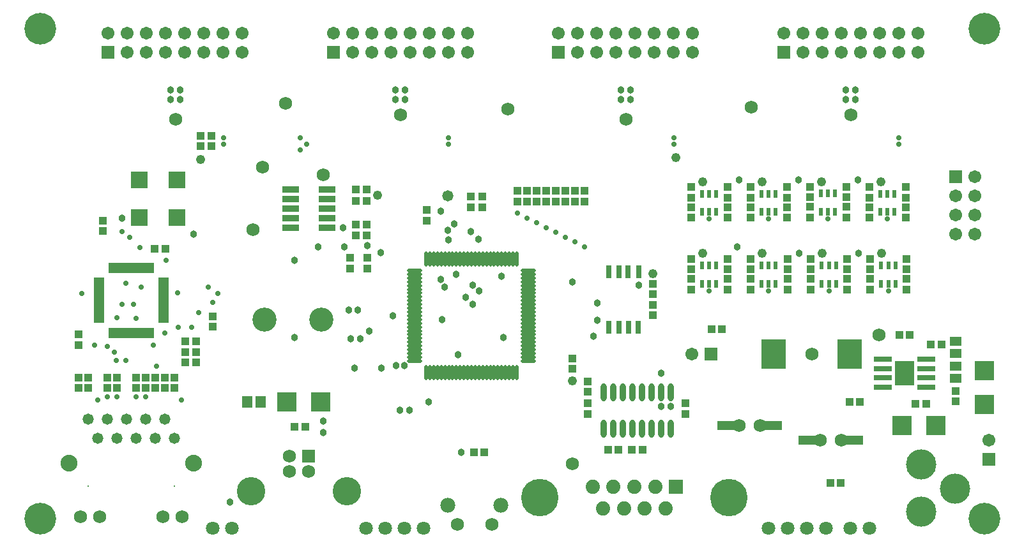
<source format=gts>
%FSLAX43Y43*%
%MOMM*%
%SFA1B1*%

%IPPOS*%
%ADD93R,1.002998X1.102998*%
%ADD94R,1.102998X1.002998*%
%ADD95R,0.502999X1.402997*%
%ADD96R,1.402997X0.502999*%
%ADD97O,0.502999X2.002996*%
%ADD98O,2.002996X0.502999*%
%ADD99R,0.710999X1.702997*%
%ADD100R,2.502995X2.502995*%
%ADD101R,1.402997X1.602997*%
%ADD102R,3.250993X3.885992*%
%ADD103R,2.742995X1.218998*%
%ADD104O,0.802998X2.402995*%
%ADD105R,2.234996X0.837998*%
%ADD106R,0.552999X1.002998*%
%ADD107R,2.502995X2.502995*%
%ADD108R,2.402995X0.652999*%
%ADD109R,2.602995X3.302993*%
%ADD110R,1.502997X1.202998*%
%ADD111C,0.710999*%
%ADD112C,0.964998*%
%ADD113C,4.202992*%
%ADD114R,1.702997X1.702997*%
%ADD115C,1.702997*%
%ADD116C,1.726997*%
%ADD117C,1.980996*%
%ADD118C,1.472997*%
%ADD119C,2.234996*%
%ADD120C,0.203000*%
%ADD121R,1.726997X1.726997*%
%ADD122C,3.758992*%
%ADD123C,1.802996*%
%ADD124C,1.892996*%
%ADD125R,1.892996X1.892996*%
%ADD126C,4.962990*%
%ADD127C,4.012992*%
%ADD128C,3.202994*%
%ADD129R,1.702997X1.702997*%
%ADD130C,1.218998*%
%LNlp_led_cube_8x8x8-1*%
%LPD*%
G36*
X52113Y85172D02*
X49913D01*
Y87372*
X52113*
Y85172*
G37*
G36*
X47113D02*
X44913D01*
Y87372*
X47113*
Y85172*
G37*
G36*
X52113Y90172D02*
X49913D01*
Y92372*
X52113*
Y90172*
G37*
G36*
X47113D02*
X44913D01*
Y92372*
X47113*
Y90172*
G37*
G54D93*
X53531Y67055D03*
X52131D03*
Y68452D03*
X53531D03*
X52131Y69849D03*
X53531D03*
X68009Y58546D03*
X66609D03*
X148905Y61594D03*
X150305D03*
X152337Y69468D03*
X150937D03*
X146746Y70738D03*
X148146D03*
X137602Y51053D03*
X139002D03*
X140142Y61848D03*
X141542D03*
X123254Y71500D03*
X121854D03*
X108138Y55498D03*
X109538D03*
X111313D03*
X112713D03*
X90358Y55117D03*
X91758D03*
X76137Y90042D03*
X74737D03*
X76137Y88518D03*
X74737D03*
X76137Y83946D03*
X74737D03*
X76137Y85343D03*
X74737D03*
X48067Y82168D03*
X49467D03*
X55563Y97154D03*
X54163D03*
X55563Y95757D03*
X54163D03*
G54D94*
X37972Y69403D03*
Y70803D03*
X43052Y65088D03*
Y63688D03*
X41782Y65088D03*
Y63688D03*
X39242D03*
Y65088D03*
X37972Y63688D03*
Y65088D03*
X46862D03*
Y63688D03*
X45592Y65088D03*
Y63688D03*
X48132Y65088D03*
Y63688D03*
X41147Y85916D03*
Y84516D03*
X114045Y74740D03*
Y73340D03*
Y77534D03*
Y76134D03*
X154177Y63310D03*
Y61910D03*
X105409Y61659D03*
Y60259D03*
X118363D03*
Y61659D03*
X105409Y64580D03*
Y63180D03*
X103377Y67628D03*
Y66228D03*
X84073Y87313D03*
Y85913D03*
X76199Y80963D03*
Y79563D03*
X89915Y87691D03*
Y89091D03*
X91439Y87691D03*
Y89091D03*
X73913Y79563D03*
Y80963D03*
X50672Y63688D03*
Y65088D03*
X49402D03*
Y63688D03*
X55752Y73216D03*
Y71816D03*
X142747Y86294D03*
Y87694D03*
X147573Y86294D03*
Y87694D03*
X142747Y88961D03*
Y90361D03*
X147573Y88961D03*
Y90361D03*
X119125Y76769D03*
Y78169D03*
Y79436D03*
Y80836D03*
X123951Y79436D03*
Y80836D03*
Y76769D03*
Y78169D03*
X134873Y86319D03*
Y87719D03*
X139699Y86319D03*
Y87719D03*
X134873Y88986D03*
Y90386D03*
X139699Y88986D03*
Y90386D03*
X126999Y76769D03*
Y78169D03*
X131952Y76769D03*
Y78169D03*
X126999Y79436D03*
Y80836D03*
X131952Y79436D03*
Y80836D03*
X131825Y86294D03*
Y87694D03*
X126999Y88961D03*
Y90361D03*
X131825Y88961D03*
Y90361D03*
X126999Y86294D03*
Y87694D03*
X119125Y86294D03*
Y87694D03*
X123951Y88961D03*
Y90361D03*
X119125Y88961D03*
Y90361D03*
X123951Y86294D03*
Y87694D03*
X135000Y76769D03*
Y78169D03*
X139826Y76769D03*
Y78169D03*
X135000Y79436D03*
Y80836D03*
X139826Y79436D03*
Y80836D03*
X142874Y79436D03*
Y80836D03*
Y76769D03*
Y78169D03*
X147700Y76769D03*
Y78169D03*
Y79436D03*
Y80836D03*
X97408Y88453D03*
Y89853D03*
X96138Y88453D03*
Y89853D03*
X98678Y88453D03*
Y89853D03*
X99948Y88453D03*
Y89853D03*
X105028Y88453D03*
Y89853D03*
X102488Y88453D03*
Y89853D03*
X101218Y88453D03*
Y89853D03*
X103758Y88453D03*
Y89853D03*
G54D95*
X42207Y79610D03*
X42707D03*
X43207D03*
X43707D03*
X44207D03*
X44707D03*
X45207D03*
X45707D03*
X46207D03*
X46707D03*
X47207D03*
X47707D03*
Y71010D03*
X47207D03*
X46707D03*
X46207D03*
X45707D03*
X45207D03*
X44707D03*
X44207D03*
X43707D03*
X43207D03*
X42707D03*
X42207D03*
G54D96*
X49257Y78060D03*
Y77560D03*
Y77060D03*
Y76560D03*
Y76060D03*
Y75560D03*
Y75060D03*
Y74560D03*
Y74060D03*
Y73560D03*
Y73060D03*
Y72560D03*
X40657D03*
Y73060D03*
Y73560D03*
Y74060D03*
Y74560D03*
Y75060D03*
Y75560D03*
Y76060D03*
Y76560D03*
Y77060D03*
Y77560D03*
Y78060D03*
G54D97*
X84042Y80828D03*
X84542D03*
X85042D03*
X85542D03*
X86042D03*
X86542D03*
X87042D03*
X87542D03*
X88042D03*
X88542D03*
X89042D03*
X89542D03*
X90042D03*
X90542D03*
X91042D03*
X91542D03*
X92042D03*
X92542D03*
X93042D03*
X93542D03*
X94042D03*
X94542D03*
X95042D03*
X95542D03*
X96042D03*
Y65728D03*
X95542D03*
X95042D03*
X94542D03*
X94042D03*
X93542D03*
X93042D03*
X92542D03*
X92042D03*
X91542D03*
X91042D03*
X90542D03*
X90042D03*
X89542D03*
X89042D03*
X88542D03*
X88042D03*
X87542D03*
X87042D03*
X86542D03*
X86042D03*
X85542D03*
X85042D03*
X84542D03*
X84042D03*
G54D98*
X97592Y79278D03*
Y78778D03*
Y78278D03*
Y77778D03*
Y77278D03*
Y76778D03*
Y76278D03*
Y75778D03*
Y75278D03*
Y74778D03*
Y74278D03*
Y73778D03*
Y73278D03*
Y72778D03*
Y72278D03*
Y71778D03*
Y71278D03*
Y70778D03*
Y70278D03*
Y69778D03*
Y69278D03*
Y68778D03*
Y68278D03*
Y67778D03*
Y67278D03*
X82492D03*
Y67778D03*
Y68278D03*
Y68778D03*
Y69278D03*
Y69778D03*
Y70278D03*
Y70778D03*
Y71278D03*
Y71778D03*
Y72278D03*
Y72778D03*
Y73278D03*
Y73778D03*
Y74278D03*
Y74778D03*
Y75278D03*
Y75778D03*
Y76278D03*
Y76778D03*
Y77278D03*
Y77778D03*
Y78278D03*
Y78778D03*
Y79278D03*
G54D99*
X108260Y79087D03*
X109560D03*
X110810D03*
X112210D03*
X112160Y71737D03*
X110860D03*
X109560D03*
X108260D03*
G54D100*
X65567Y61848D03*
X70067D03*
X151601Y58673D03*
X147101D03*
G54D101*
X60313Y61848D03*
X62113D03*
G54D102*
X130110Y68198D03*
X140144D03*
G54D103*
X123951Y58673D03*
X129793D03*
X134746Y56768D03*
X140588D03*
G54D104*
X107568Y58305D03*
X108838D03*
X110108D03*
X111378D03*
X112648D03*
X113918D03*
X115188D03*
X116458D03*
X107568Y63105D03*
X108838D03*
X110108D03*
X111378D03*
X112648D03*
X113918D03*
X115188D03*
X116458D03*
G54D105*
X66039Y90042D03*
Y88772D03*
Y87502D03*
Y86232D03*
Y84962D03*
X70865D03*
Y86232D03*
Y87502D03*
Y88772D03*
Y90042D03*
G54D106*
X146100Y87045D03*
X145160Y89458D03*
X146100D03*
X145160Y87045D03*
X144220Y89458D03*
Y87045D03*
X122478Y77520D03*
X121538Y79933D03*
X122478D03*
X121538Y77520D03*
X120598Y79933D03*
Y77520D03*
X138226Y87070D03*
X137286Y89483D03*
X138226D03*
X137286Y87070D03*
X136346Y89483D03*
Y87070D03*
X130352Y77520D03*
X129412Y79933D03*
X130352D03*
X129412Y77520D03*
X128472Y79933D03*
Y77520D03*
X130352Y87045D03*
X129412Y89458D03*
X130352D03*
X129412Y87045D03*
X128472Y89458D03*
Y87045D03*
X122478D03*
X121538Y89458D03*
X122478D03*
X121538Y87045D03*
X120598Y89458D03*
Y87045D03*
X138353Y77520D03*
X137413Y79933D03*
X138353D03*
X137413Y77520D03*
X136473Y79933D03*
Y77520D03*
X146227D03*
X145287Y79933D03*
X146227D03*
X145287Y77520D03*
X144347Y79933D03*
Y77520D03*
G54D107*
X157987Y61503D03*
Y66003D03*
G54D108*
X150321Y63783D03*
Y66283D03*
Y67533D03*
Y65033D03*
X144571D03*
Y67533D03*
Y66283D03*
Y63783D03*
G54D109*
X147446Y65658D03*
G54D110*
X154177Y68287D03*
Y69887D03*
Y64985D03*
Y66585D03*
G54D111*
X40512Y62102D03*
X51561D03*
X41782Y62483D03*
X43052D03*
X45592D03*
X46862D03*
X44195Y67309D03*
X42925D03*
X42673Y68452D03*
X41782Y69214D03*
X40069Y69403D03*
X47878Y69341D03*
X51180Y71754D03*
X52958D03*
X49402Y70992D03*
X43052Y73024D03*
X43687Y74802D03*
X45592Y72897D03*
X48259Y66547D03*
X53847Y73659D03*
X55752Y75057D03*
X51053Y76326D03*
X49529Y80644D03*
X45211Y74802D03*
X44231Y77560D03*
X38353Y76199D03*
X46227Y77088D03*
X43687Y84454D03*
X44703Y83692D03*
X46100Y82295D03*
X56387Y76199D03*
X55117Y77088D03*
X57149Y96011D03*
Y96900D03*
X86994D03*
Y96011D03*
X68198D03*
X67309Y95249D03*
Y96900D03*
X121538Y86105D03*
Y76580D03*
X129412D03*
Y86105D03*
X137286Y86130D03*
X137413Y76580D03*
X145287D03*
X145160Y86105D03*
X96138Y86867D03*
X97408Y86232D03*
X98678Y85597D03*
X99948Y84962D03*
X101218Y84327D03*
X102488Y83692D03*
X103758Y83057D03*
X105028Y82422D03*
X116839Y96011D03*
Y96900D03*
X146684Y96011D03*
Y96900D03*
G54D112*
X106679Y72643D03*
X112210Y77342D03*
X106241Y70541D03*
X106679Y74929D03*
X70357Y59308D03*
Y57784D03*
X140944Y101980D03*
X139674D03*
X140944Y103250D03*
X139674D03*
X111099Y101980D03*
X109829D03*
X111099Y103250D03*
X109829D03*
X81254Y101980D03*
X79984D03*
X81254Y103250D03*
X79984D03*
X51409Y101980D03*
X50139D03*
X51409Y103250D03*
X50139D03*
X115188Y61213D03*
X116458D03*
X80517Y60705D03*
X81787D03*
X88725Y55117D03*
X58038Y48513D03*
X43687Y86232D03*
X53212Y84073D03*
X66547Y70357D03*
X76453Y71247D03*
X75310Y70230D03*
X74040D03*
X79628Y73301D03*
X81152Y66674D03*
X80009D03*
X73786Y74040D03*
X74929D03*
X73151Y82422D03*
X73024Y84962D03*
X76199Y82549D03*
X77977Y81660D03*
X85978Y87121D03*
X89915Y84454D03*
X86994Y83311D03*
X86867Y84581D03*
X87756Y85470D03*
X90931Y83438D03*
X91058Y76580D03*
X90169Y77342D03*
X86486Y77088D03*
X85978Y78104D03*
X88010Y78739D03*
X93979Y78485D03*
X86105Y72770D03*
X94233Y70357D03*
X89280Y75691D03*
X90169Y74802D03*
X115188Y65673D03*
X103377Y77723D03*
X66547Y80644D03*
X69722Y82422D03*
X74548Y66293D03*
X78104D03*
X84327Y61848D03*
X125221Y82422D03*
X125475Y91312D03*
X133349D03*
X141223D03*
X133476Y81533D03*
X141350D03*
X88264Y68071D03*
G54D113*
X32892Y46354D03*
Y111378D03*
X157987D03*
Y46354D03*
G54D114*
X41884Y108203D03*
X101574D03*
X131419D03*
X71729D03*
X121792Y68198D03*
G54D115*
X41884Y110743D03*
X44424Y108203D03*
Y110743D03*
X46964Y108203D03*
Y110743D03*
X49504Y108203D03*
Y110743D03*
X52044Y108203D03*
Y110743D03*
X54584Y108203D03*
Y110743D03*
X57124Y108203D03*
Y110743D03*
X59664Y108203D03*
Y110743D03*
X101574D03*
X104114Y108203D03*
Y110743D03*
X106654Y108203D03*
Y110743D03*
X109194Y108203D03*
Y110743D03*
X111734Y108203D03*
Y110743D03*
X114274Y108203D03*
Y110743D03*
X116814Y108203D03*
Y110743D03*
X119354Y108203D03*
Y110743D03*
X131419D03*
X133959Y108203D03*
Y110743D03*
X136499Y108203D03*
Y110743D03*
X139039Y108203D03*
Y110743D03*
X141579Y108203D03*
Y110743D03*
X144119Y108203D03*
Y110743D03*
X146659Y108203D03*
Y110743D03*
X149199Y108203D03*
Y110743D03*
X71729D03*
X74269Y108203D03*
Y110743D03*
X76809Y108203D03*
Y110743D03*
X79349Y108203D03*
Y110743D03*
X81889Y108203D03*
Y110743D03*
X84429Y108203D03*
Y110743D03*
X86969Y108203D03*
Y110743D03*
X89509Y108203D03*
Y110743D03*
X156717Y91718D03*
X154177Y89178D03*
X156717D03*
X154177Y86638D03*
X156717D03*
X154177Y84098D03*
X156717D03*
X158622Y56768D03*
X119252Y68198D03*
G54D116*
X88200Y45592D03*
X92772D03*
X49148Y46608D03*
X51688D03*
X40766D03*
X38226D03*
X68452Y52640D03*
X65912D03*
Y54673D03*
X128269Y58673D03*
X125475D03*
X139064Y56768D03*
X136270D03*
X103377Y53593D03*
X80644Y99948D03*
X50799Y99313D03*
X110489D03*
X140334Y99948D03*
X144017Y70738D03*
X135127Y68198D03*
X62356Y92963D03*
X70357Y91947D03*
X61086Y84708D03*
X94868Y100710D03*
X65404Y101472D03*
X127126Y100964D03*
G54D117*
X86931Y48132D03*
X93915D03*
X147446Y65658D03*
G54D118*
X39242Y59562D03*
X40512Y57022D03*
X41782Y59562D03*
X43052Y57022D03*
X44322Y59562D03*
X46862D03*
X49402D03*
X45592Y57022D03*
X48132D03*
X50672D03*
X86899Y89153D03*
G54D119*
X53212Y53720D03*
X36702D03*
G54D120*
X50672Y50672D03*
X39242D03*
G54D121*
X68452Y54673D03*
G54D122*
X73532Y49973D03*
X60832D03*
G54D123*
X58292Y45084D03*
X55752D03*
X83692D03*
X81152D03*
X78612D03*
X76072D03*
X131952D03*
X129412D03*
X137032D03*
X134492D03*
X142747D03*
X140207D03*
G54D124*
X106092Y50543D03*
X107477Y47703D03*
X108862Y50543D03*
X110247Y47703D03*
X111632Y50543D03*
X113017Y47703D03*
X114402Y50543D03*
X115787Y47703D03*
G54D125*
X117172Y50543D03*
G54D126*
X124127Y49123D03*
X99137D03*
G54D127*
X149668Y47306D03*
X154114Y50354D03*
X149668Y53529D03*
G54D128*
X62623Y72770D03*
X70123D03*
G54D129*
X154177Y91718D03*
X158622Y54228D03*
G54D130*
X103377Y64642D03*
X77596Y89280D03*
X86899Y89153D03*
X54101Y93979D03*
X144271Y91058D03*
X120649Y81533D03*
X136397Y91083D03*
X128523Y81533D03*
Y91058D03*
X120649D03*
X136524Y81533D03*
X144398D03*
X114045Y78866D03*
X117093Y94233D03*
M02*
</source>
